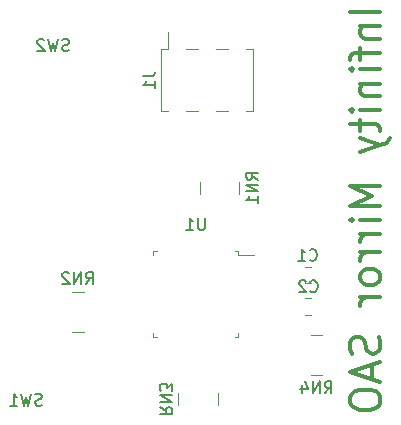
<source format=gbr>
%TF.GenerationSoftware,KiCad,Pcbnew,(5.99.0-2031-g4c5f3cb5b)*%
%TF.CreationDate,2020-06-28T22:12:08-05:00*%
%TF.ProjectId,InfinityMirrorSquare,496e6669-6e69-4747-994d-6972726f7253,rev?*%
%TF.SameCoordinates,Original*%
%TF.FileFunction,Legend,Bot*%
%TF.FilePolarity,Positive*%
%FSLAX46Y46*%
G04 Gerber Fmt 4.6, Leading zero omitted, Abs format (unit mm)*
G04 Created by KiCad (PCBNEW (5.99.0-2031-g4c5f3cb5b)) date 2020-06-28 22:12:08*
%MOMM*%
%LPD*%
G01*
G04 APERTURE LIST*
%ADD10C,0.300000*%
%ADD11C,0.150000*%
%ADD12C,0.120000*%
G04 APERTURE END LIST*
D10*
X125130952Y-34214285D02*
X122630952Y-34214285D01*
X123464285Y-35404761D02*
X125130952Y-35404761D01*
X123702380Y-35404761D02*
X123583333Y-35523809D01*
X123464285Y-35761904D01*
X123464285Y-36119047D01*
X123583333Y-36357142D01*
X123821428Y-36476190D01*
X125130952Y-36476190D01*
X123464285Y-37309523D02*
X123464285Y-38261904D01*
X125130952Y-37666666D02*
X122988095Y-37666666D01*
X122750000Y-37785714D01*
X122630952Y-38023809D01*
X122630952Y-38261904D01*
X125130952Y-39095238D02*
X123464285Y-39095238D01*
X122630952Y-39095238D02*
X122750000Y-38976190D01*
X122869047Y-39095238D01*
X122750000Y-39214285D01*
X122630952Y-39095238D01*
X122869047Y-39095238D01*
X123464285Y-40285714D02*
X125130952Y-40285714D01*
X123702380Y-40285714D02*
X123583333Y-40404761D01*
X123464285Y-40642857D01*
X123464285Y-41000000D01*
X123583333Y-41238095D01*
X123821428Y-41357142D01*
X125130952Y-41357142D01*
X125130952Y-42547619D02*
X123464285Y-42547619D01*
X122630952Y-42547619D02*
X122750000Y-42428571D01*
X122869047Y-42547619D01*
X122750000Y-42666666D01*
X122630952Y-42547619D01*
X122869047Y-42547619D01*
X123464285Y-43380952D02*
X123464285Y-44333333D01*
X122630952Y-43738095D02*
X124773809Y-43738095D01*
X125011904Y-43857142D01*
X125130952Y-44095238D01*
X125130952Y-44333333D01*
X123464285Y-44928571D02*
X125130952Y-45523809D01*
X123464285Y-46119047D02*
X125130952Y-45523809D01*
X125726190Y-45285714D01*
X125845238Y-45166666D01*
X125964285Y-44928571D01*
X125130952Y-48976190D02*
X122630952Y-48976190D01*
X124416666Y-49809523D01*
X122630952Y-50642857D01*
X125130952Y-50642857D01*
X125130952Y-51833333D02*
X123464285Y-51833333D01*
X122630952Y-51833333D02*
X122750000Y-51714285D01*
X122869047Y-51833333D01*
X122750000Y-51952380D01*
X122630952Y-51833333D01*
X122869047Y-51833333D01*
X125130952Y-53023809D02*
X123464285Y-53023809D01*
X123940476Y-53023809D02*
X123702380Y-53142857D01*
X123583333Y-53261904D01*
X123464285Y-53500000D01*
X123464285Y-53738095D01*
X125130952Y-54571428D02*
X123464285Y-54571428D01*
X123940476Y-54571428D02*
X123702380Y-54690476D01*
X123583333Y-54809523D01*
X123464285Y-55047619D01*
X123464285Y-55285714D01*
X125130952Y-56476190D02*
X125011904Y-56238095D01*
X124892857Y-56119047D01*
X124654761Y-56000000D01*
X123940476Y-56000000D01*
X123702380Y-56119047D01*
X123583333Y-56238095D01*
X123464285Y-56476190D01*
X123464285Y-56833333D01*
X123583333Y-57071428D01*
X123702380Y-57190476D01*
X123940476Y-57309523D01*
X124654761Y-57309523D01*
X124892857Y-57190476D01*
X125011904Y-57071428D01*
X125130952Y-56833333D01*
X125130952Y-56476190D01*
X125130952Y-58380952D02*
X123464285Y-58380952D01*
X123940476Y-58380952D02*
X123702380Y-58500000D01*
X123583333Y-58619047D01*
X123464285Y-58857142D01*
X123464285Y-59095238D01*
X125011904Y-61714285D02*
X125130952Y-62071428D01*
X125130952Y-62666666D01*
X125011904Y-62904761D01*
X124892857Y-63023809D01*
X124654761Y-63142857D01*
X124416666Y-63142857D01*
X124178571Y-63023809D01*
X124059523Y-62904761D01*
X123940476Y-62666666D01*
X123821428Y-62190476D01*
X123702380Y-61952380D01*
X123583333Y-61833333D01*
X123345238Y-61714285D01*
X123107142Y-61714285D01*
X122869047Y-61833333D01*
X122750000Y-61952380D01*
X122630952Y-62190476D01*
X122630952Y-62785714D01*
X122750000Y-63142857D01*
X124416666Y-64095238D02*
X124416666Y-65285714D01*
X125130952Y-63857142D02*
X122630952Y-64690476D01*
X125130952Y-65523809D01*
X122630952Y-66833333D02*
X122630952Y-67309523D01*
X122750000Y-67547619D01*
X122988095Y-67785714D01*
X123464285Y-67904761D01*
X124297619Y-67904761D01*
X124773809Y-67785714D01*
X125011904Y-67547619D01*
X125130952Y-67309523D01*
X125130952Y-66833333D01*
X125011904Y-66595238D01*
X124773809Y-66357142D01*
X124297619Y-66238095D01*
X123464285Y-66238095D01*
X122988095Y-66357142D01*
X122750000Y-66595238D01*
X122630952Y-66833333D01*
D11*
%TO.C,J1*%
X105082380Y-39666666D02*
X105796666Y-39666666D01*
X105939523Y-39619047D01*
X106034761Y-39523809D01*
X106082380Y-39380952D01*
X106082380Y-39285714D01*
X106082380Y-40666666D02*
X106082380Y-40095238D01*
X106082380Y-40380952D02*
X105082380Y-40380952D01*
X105225238Y-40285714D01*
X105320476Y-40190476D01*
X105368095Y-40095238D01*
%TO.C,U1*%
X110299404Y-51672380D02*
X110299404Y-52481904D01*
X110251785Y-52577142D01*
X110204166Y-52624761D01*
X110108928Y-52672380D01*
X109918452Y-52672380D01*
X109823214Y-52624761D01*
X109775595Y-52577142D01*
X109727976Y-52481904D01*
X109727976Y-51672380D01*
X108727976Y-52672380D02*
X109299404Y-52672380D01*
X109013690Y-52672380D02*
X109013690Y-51672380D01*
X109108928Y-51815238D01*
X109204166Y-51910476D01*
X109299404Y-51958095D01*
%TO.C,SW2*%
X98783333Y-37479761D02*
X98640476Y-37527380D01*
X98402380Y-37527380D01*
X98307142Y-37479761D01*
X98259523Y-37432142D01*
X98211904Y-37336904D01*
X98211904Y-37241666D01*
X98259523Y-37146428D01*
X98307142Y-37098809D01*
X98402380Y-37051190D01*
X98592857Y-37003571D01*
X98688095Y-36955952D01*
X98735714Y-36908333D01*
X98783333Y-36813095D01*
X98783333Y-36717857D01*
X98735714Y-36622619D01*
X98688095Y-36575000D01*
X98592857Y-36527380D01*
X98354761Y-36527380D01*
X98211904Y-36575000D01*
X97878571Y-36527380D02*
X97640476Y-37527380D01*
X97450000Y-36813095D01*
X97259523Y-37527380D01*
X97021428Y-36527380D01*
X96688095Y-36622619D02*
X96640476Y-36575000D01*
X96545238Y-36527380D01*
X96307142Y-36527380D01*
X96211904Y-36575000D01*
X96164285Y-36622619D01*
X96116666Y-36717857D01*
X96116666Y-36813095D01*
X96164285Y-36955952D01*
X96735714Y-37527380D01*
X96116666Y-37527380D01*
%TO.C,SW1*%
X96508333Y-67504761D02*
X96365476Y-67552380D01*
X96127380Y-67552380D01*
X96032142Y-67504761D01*
X95984523Y-67457142D01*
X95936904Y-67361904D01*
X95936904Y-67266666D01*
X95984523Y-67171428D01*
X96032142Y-67123809D01*
X96127380Y-67076190D01*
X96317857Y-67028571D01*
X96413095Y-66980952D01*
X96460714Y-66933333D01*
X96508333Y-66838095D01*
X96508333Y-66742857D01*
X96460714Y-66647619D01*
X96413095Y-66600000D01*
X96317857Y-66552380D01*
X96079761Y-66552380D01*
X95936904Y-66600000D01*
X95603571Y-66552380D02*
X95365476Y-67552380D01*
X95175000Y-66838095D01*
X94984523Y-67552380D01*
X94746428Y-66552380D01*
X93841666Y-67552380D02*
X94413095Y-67552380D01*
X94127380Y-67552380D02*
X94127380Y-66552380D01*
X94222619Y-66695238D01*
X94317857Y-66790476D01*
X94413095Y-66838095D01*
%TO.C,RN4*%
X120440476Y-66502380D02*
X120773809Y-66026190D01*
X121011904Y-66502380D02*
X121011904Y-65502380D01*
X120630952Y-65502380D01*
X120535714Y-65550000D01*
X120488095Y-65597619D01*
X120440476Y-65692857D01*
X120440476Y-65835714D01*
X120488095Y-65930952D01*
X120535714Y-65978571D01*
X120630952Y-66026190D01*
X121011904Y-66026190D01*
X120011904Y-66502380D02*
X120011904Y-65502380D01*
X119440476Y-66502380D01*
X119440476Y-65502380D01*
X118535714Y-65835714D02*
X118535714Y-66502380D01*
X118773809Y-65454761D02*
X119011904Y-66169047D01*
X118392857Y-66169047D01*
%TO.C,RN3*%
X106497619Y-67690476D02*
X106973809Y-68023809D01*
X106497619Y-68261904D02*
X107497619Y-68261904D01*
X107497619Y-67880952D01*
X107450000Y-67785714D01*
X107402380Y-67738095D01*
X107307142Y-67690476D01*
X107164285Y-67690476D01*
X107069047Y-67738095D01*
X107021428Y-67785714D01*
X106973809Y-67880952D01*
X106973809Y-68261904D01*
X106497619Y-67261904D02*
X107497619Y-67261904D01*
X106497619Y-66690476D01*
X107497619Y-66690476D01*
X107497619Y-66309523D02*
X107497619Y-65690476D01*
X107116666Y-66023809D01*
X107116666Y-65880952D01*
X107069047Y-65785714D01*
X107021428Y-65738095D01*
X106926190Y-65690476D01*
X106688095Y-65690476D01*
X106592857Y-65738095D01*
X106545238Y-65785714D01*
X106497619Y-65880952D01*
X106497619Y-66166666D01*
X106545238Y-66261904D01*
X106592857Y-66309523D01*
%TO.C,RN2*%
X100227976Y-57252380D02*
X100561309Y-56776190D01*
X100799404Y-57252380D02*
X100799404Y-56252380D01*
X100418452Y-56252380D01*
X100323214Y-56300000D01*
X100275595Y-56347619D01*
X100227976Y-56442857D01*
X100227976Y-56585714D01*
X100275595Y-56680952D01*
X100323214Y-56728571D01*
X100418452Y-56776190D01*
X100799404Y-56776190D01*
X99799404Y-57252380D02*
X99799404Y-56252380D01*
X99227976Y-57252380D01*
X99227976Y-56252380D01*
X98799404Y-56347619D02*
X98751785Y-56300000D01*
X98656547Y-56252380D01*
X98418452Y-56252380D01*
X98323214Y-56300000D01*
X98275595Y-56347619D01*
X98227976Y-56442857D01*
X98227976Y-56538095D01*
X98275595Y-56680952D01*
X98847023Y-57252380D01*
X98227976Y-57252380D01*
%TO.C,RN1*%
X114789880Y-48409523D02*
X114313690Y-48076190D01*
X114789880Y-47838095D02*
X113789880Y-47838095D01*
X113789880Y-48219047D01*
X113837500Y-48314285D01*
X113885119Y-48361904D01*
X113980357Y-48409523D01*
X114123214Y-48409523D01*
X114218452Y-48361904D01*
X114266071Y-48314285D01*
X114313690Y-48219047D01*
X114313690Y-47838095D01*
X114789880Y-48838095D02*
X113789880Y-48838095D01*
X114789880Y-49409523D01*
X113789880Y-49409523D01*
X114789880Y-50409523D02*
X114789880Y-49838095D01*
X114789880Y-50123809D02*
X113789880Y-50123809D01*
X113932738Y-50028571D01*
X114027976Y-49933333D01*
X114075595Y-49838095D01*
%TO.C,C2*%
X119229166Y-57857142D02*
X119276785Y-57904761D01*
X119419642Y-57952380D01*
X119514880Y-57952380D01*
X119657738Y-57904761D01*
X119752976Y-57809523D01*
X119800595Y-57714285D01*
X119848214Y-57523809D01*
X119848214Y-57380952D01*
X119800595Y-57190476D01*
X119752976Y-57095238D01*
X119657738Y-57000000D01*
X119514880Y-56952380D01*
X119419642Y-56952380D01*
X119276785Y-57000000D01*
X119229166Y-57047619D01*
X118848214Y-57047619D02*
X118800595Y-57000000D01*
X118705357Y-56952380D01*
X118467261Y-56952380D01*
X118372023Y-57000000D01*
X118324404Y-57047619D01*
X118276785Y-57142857D01*
X118276785Y-57238095D01*
X118324404Y-57380952D01*
X118895833Y-57952380D01*
X118276785Y-57952380D01*
%TO.C,C1*%
X119166666Y-55207142D02*
X119214285Y-55254761D01*
X119357142Y-55302380D01*
X119452380Y-55302380D01*
X119595238Y-55254761D01*
X119690476Y-55159523D01*
X119738095Y-55064285D01*
X119785714Y-54873809D01*
X119785714Y-54730952D01*
X119738095Y-54540476D01*
X119690476Y-54445238D01*
X119595238Y-54350000D01*
X119452380Y-54302380D01*
X119357142Y-54302380D01*
X119214285Y-54350000D01*
X119166666Y-54397619D01*
X118214285Y-55302380D02*
X118785714Y-55302380D01*
X118500000Y-55302380D02*
X118500000Y-54302380D01*
X118595238Y-54445238D01*
X118690476Y-54540476D01*
X118785714Y-54588095D01*
D12*
%TO.C,J1*%
X111260000Y-42600000D02*
X112280000Y-42600000D01*
X111260000Y-37400000D02*
X112280000Y-37400000D01*
X108720000Y-42600000D02*
X109740000Y-42600000D01*
X108720000Y-37400000D02*
X109740000Y-37400000D01*
X113800000Y-42600000D02*
X114370000Y-42600000D01*
X113800000Y-37400000D02*
X114370000Y-37400000D01*
X106630000Y-42600000D02*
X107200000Y-42600000D01*
X106630000Y-37400000D02*
X107200000Y-37400000D01*
X107200000Y-35960000D02*
X107200000Y-37400000D01*
X114370000Y-37400000D02*
X114370000Y-42600000D01*
X106630000Y-37400000D02*
X106630000Y-42600000D01*
%TO.C,U1*%
X113147500Y-54790000D02*
X114462500Y-54790000D01*
X113147500Y-54490000D02*
X113147500Y-54790000D01*
X112847500Y-54490000D02*
X113147500Y-54490000D01*
X105927500Y-54490000D02*
X105927500Y-54790000D01*
X106227500Y-54490000D02*
X105927500Y-54490000D01*
X113147500Y-61710000D02*
X113147500Y-61410000D01*
X112847500Y-61710000D02*
X113147500Y-61710000D01*
X105927500Y-61710000D02*
X105927500Y-61410000D01*
X106227500Y-61710000D02*
X105927500Y-61710000D01*
%TO.C,RN4*%
X120250000Y-64930000D02*
X119250000Y-64930000D01*
X120250000Y-61570000D02*
X119250000Y-61570000D01*
%TO.C,RN3*%
X108070000Y-67500000D02*
X108070000Y-66500000D01*
X111430000Y-67500000D02*
X111430000Y-66500000D01*
%TO.C,RN2*%
X99037500Y-57920000D02*
X100037500Y-57920000D01*
X99037500Y-61280000D02*
X100037500Y-61280000D01*
%TO.C,RN1*%
X113217500Y-48600000D02*
X113217500Y-49600000D01*
X109857500Y-48600000D02*
X109857500Y-49600000D01*
%TO.C,C2*%
X119321078Y-59860000D02*
X118803922Y-59860000D01*
X119321078Y-58440000D02*
X118803922Y-58440000D01*
%TO.C,C1*%
X119258578Y-57210000D02*
X118741422Y-57210000D01*
X119258578Y-55790000D02*
X118741422Y-55790000D01*
%TD*%
M02*

</source>
